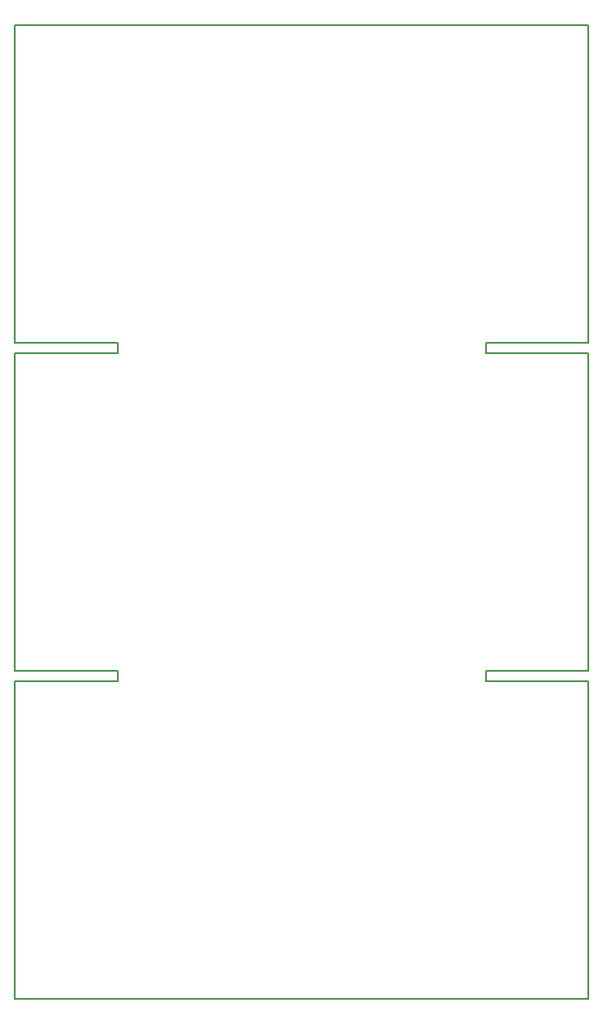
<source format=gbr>
G04 (created by PCBNEW (2013-07-07 BZR 4022)-stable) date 2014-08-05 10:21:25 AM*
%MOIN*%
G04 Gerber Fmt 3.4, Leading zero omitted, Abs format*
%FSLAX34Y34*%
G01*
G70*
G90*
G04 APERTURE LIST*
%ADD10C,0.00590551*%
G04 APERTURE END LIST*
G54D10*
X28346Y-33070D02*
X32283Y-33070D01*
X28346Y-32677D02*
X28346Y-33070D01*
X32283Y-32677D02*
X28346Y-32677D01*
X28346Y-20472D02*
X32283Y-20472D01*
X28346Y-20078D02*
X28346Y-20472D01*
X32283Y-20078D02*
X28346Y-20078D01*
X14173Y-33070D02*
X10236Y-33070D01*
X14173Y-32677D02*
X14173Y-33070D01*
X10236Y-32677D02*
X14173Y-32677D01*
X14173Y-20472D02*
X10236Y-20472D01*
X14173Y-20078D02*
X14173Y-20472D01*
X10236Y-20078D02*
X14173Y-20078D01*
X10236Y-45275D02*
X12598Y-45275D01*
X10236Y-33070D02*
X10236Y-45275D01*
X12598Y-45275D02*
X32283Y-45275D01*
X32283Y-33070D02*
X32283Y-45275D01*
X32283Y-20472D02*
X32283Y-32677D01*
X10236Y-20472D02*
X10236Y-32677D01*
X10236Y-7874D02*
X10236Y-20078D01*
X12598Y-7874D02*
X10236Y-7874D01*
X32283Y-7874D02*
X12598Y-7874D01*
X32283Y-7874D02*
X32283Y-20078D01*
M02*

</source>
